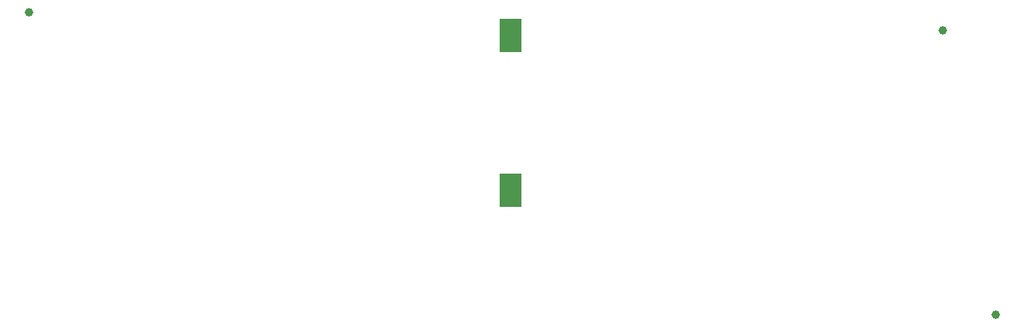
<source format=gbp>
G04*
G04 #@! TF.GenerationSoftware,Altium Limited,Altium Designer,18.1.2 (67)*
G04*
G04 Layer_Color=128*
%FSLAX25Y25*%
%MOIN*%
G70*
G01*
G75*
%ADD26C,0.03937*%
%ADD125R,0.09843X0.15748*%
D26*
X12500Y174300D02*
D03*
X432500Y165900D02*
D03*
X456900Y34800D02*
D03*
D125*
X234000Y92346D02*
D03*
Y163646D02*
D03*
M02*

</source>
